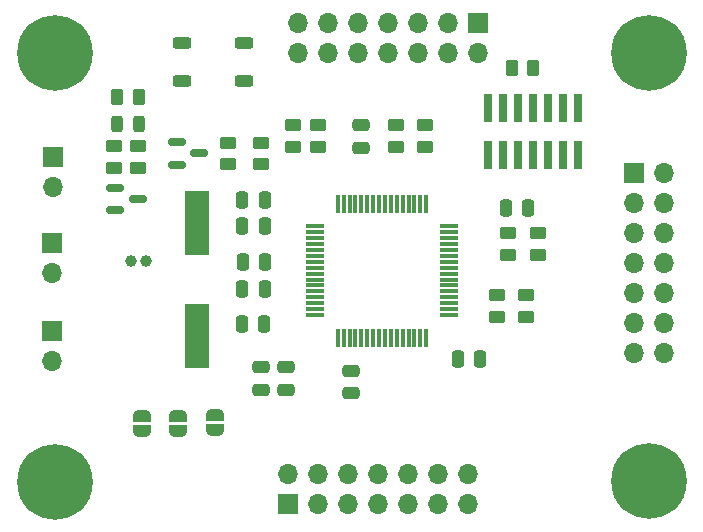
<source format=gbr>
%TF.GenerationSoftware,KiCad,Pcbnew,8.0.5*%
%TF.CreationDate,2024-12-07T09:48:31-05:00*%
%TF.ProjectId,stm32_lqfp64_test_board,73746d33-325f-46c7-9166-7036345f7465,1.1*%
%TF.SameCoordinates,Original*%
%TF.FileFunction,Soldermask,Top*%
%TF.FilePolarity,Negative*%
%FSLAX46Y46*%
G04 Gerber Fmt 4.6, Leading zero omitted, Abs format (unit mm)*
G04 Created by KiCad (PCBNEW 8.0.5) date 2024-12-07 09:48:31*
%MOMM*%
%LPD*%
G01*
G04 APERTURE LIST*
G04 Aperture macros list*
%AMRoundRect*
0 Rectangle with rounded corners*
0 $1 Rounding radius*
0 $2 $3 $4 $5 $6 $7 $8 $9 X,Y pos of 4 corners*
0 Add a 4 corners polygon primitive as box body*
4,1,4,$2,$3,$4,$5,$6,$7,$8,$9,$2,$3,0*
0 Add four circle primitives for the rounded corners*
1,1,$1+$1,$2,$3*
1,1,$1+$1,$4,$5*
1,1,$1+$1,$6,$7*
1,1,$1+$1,$8,$9*
0 Add four rect primitives between the rounded corners*
20,1,$1+$1,$2,$3,$4,$5,0*
20,1,$1+$1,$4,$5,$6,$7,0*
20,1,$1+$1,$6,$7,$8,$9,0*
20,1,$1+$1,$8,$9,$2,$3,0*%
%AMFreePoly0*
4,1,19,0.500000,-0.750000,0.000000,-0.750000,0.000000,-0.744911,-0.071157,-0.744911,-0.207708,-0.704816,-0.327430,-0.627875,-0.420627,-0.520320,-0.479746,-0.390866,-0.500000,-0.250000,-0.500000,0.250000,-0.479746,0.390866,-0.420627,0.520320,-0.327430,0.627875,-0.207708,0.704816,-0.071157,0.744911,0.000000,0.744911,0.000000,0.750000,0.500000,0.750000,0.500000,-0.750000,0.500000,-0.750000,
$1*%
%AMFreePoly1*
4,1,19,0.000000,0.744911,0.071157,0.744911,0.207708,0.704816,0.327430,0.627875,0.420627,0.520320,0.479746,0.390866,0.500000,0.250000,0.500000,-0.250000,0.479746,-0.390866,0.420627,-0.520320,0.327430,-0.627875,0.207708,-0.704816,0.071157,-0.744911,0.000000,-0.744911,0.000000,-0.750000,-0.500000,-0.750000,-0.500000,0.750000,0.000000,0.750000,0.000000,0.744911,0.000000,0.744911,
$1*%
G04 Aperture macros list end*
%ADD10RoundRect,0.250000X-0.450000X0.262500X-0.450000X-0.262500X0.450000X-0.262500X0.450000X0.262500X0*%
%ADD11RoundRect,0.250000X0.262500X0.450000X-0.262500X0.450000X-0.262500X-0.450000X0.262500X-0.450000X0*%
%ADD12RoundRect,0.250000X-0.250000X-0.475000X0.250000X-0.475000X0.250000X0.475000X-0.250000X0.475000X0*%
%ADD13C,3.600000*%
%ADD14C,6.400000*%
%ADD15RoundRect,0.150000X-0.587500X-0.150000X0.587500X-0.150000X0.587500X0.150000X-0.587500X0.150000X0*%
%ADD16RoundRect,0.250000X-0.475000X0.250000X-0.475000X-0.250000X0.475000X-0.250000X0.475000X0.250000X0*%
%ADD17R,1.700000X1.700000*%
%ADD18O,1.700000X1.700000*%
%ADD19RoundRect,0.075000X-0.700000X-0.075000X0.700000X-0.075000X0.700000X0.075000X-0.700000X0.075000X0*%
%ADD20RoundRect,0.075000X-0.075000X-0.700000X0.075000X-0.700000X0.075000X0.700000X-0.075000X0.700000X0*%
%ADD21R,0.740000X2.400000*%
%ADD22RoundRect,0.250000X0.450000X-0.262500X0.450000X0.262500X-0.450000X0.262500X-0.450000X-0.262500X0*%
%ADD23R,2.000000X5.500000*%
%ADD24FreePoly0,90.000000*%
%ADD25FreePoly1,90.000000*%
%ADD26RoundRect,0.243750X0.243750X0.456250X-0.243750X0.456250X-0.243750X-0.456250X0.243750X-0.456250X0*%
%ADD27RoundRect,0.250000X0.475000X-0.250000X0.475000X0.250000X-0.475000X0.250000X-0.475000X-0.250000X0*%
%ADD28C,1.000000*%
%ADD29RoundRect,0.250000X0.250000X0.475000X-0.250000X0.475000X-0.250000X-0.475000X0.250000X-0.475000X0*%
%ADD30RoundRect,0.250000X-0.525000X-0.250000X0.525000X-0.250000X0.525000X0.250000X-0.525000X0.250000X0*%
G04 APERTURE END LIST*
D10*
%TO.C,R14*%
X119354600Y-83820000D03*
X119354600Y-85645000D03*
%TD*%
D11*
%TO.C,R13*%
X108966000Y-79933800D03*
X107141000Y-79933800D03*
%TD*%
D12*
%TO.C,C8*%
X117730000Y-99190000D03*
X119630000Y-99190000D03*
%TD*%
D13*
%TO.C,H3*%
X152146000Y-112500000D03*
D14*
X152146000Y-112500000D03*
%TD*%
D15*
%TO.C,Q2*%
X107012500Y-87670600D03*
X107012500Y-89570600D03*
X108887500Y-88620600D03*
%TD*%
D10*
%TO.C,R11*%
X106857800Y-84128600D03*
X106857800Y-85953600D03*
%TD*%
D16*
%TO.C,C2*%
X126950000Y-103150000D03*
X126950000Y-105050000D03*
%TD*%
D12*
%TO.C,C1*%
X135981400Y-102184200D03*
X137881400Y-102184200D03*
%TD*%
D10*
%TO.C,R6*%
X140270000Y-91520000D03*
X140270000Y-93345000D03*
%TD*%
D17*
%TO.C,J9*%
X137670000Y-73660000D03*
D18*
X137670000Y-76200000D03*
X135130000Y-73660000D03*
X135130000Y-76200000D03*
X132590000Y-73660000D03*
X132590000Y-76200000D03*
X130050000Y-73660000D03*
X130050000Y-76200000D03*
X127510000Y-73660000D03*
X127510000Y-76200000D03*
X124970000Y-73660000D03*
X124970000Y-76200000D03*
X122430000Y-73660000D03*
X122430000Y-76200000D03*
%TD*%
D19*
%TO.C,U1*%
X123905000Y-90925000D03*
X123905000Y-91425000D03*
X123905000Y-91925000D03*
X123905000Y-92425000D03*
X123905000Y-92925000D03*
X123905000Y-93425000D03*
X123905000Y-93925000D03*
X123905000Y-94425000D03*
X123905000Y-94925000D03*
X123905000Y-95425000D03*
X123905000Y-95925000D03*
X123905000Y-96425000D03*
X123905000Y-96925000D03*
X123905000Y-97425000D03*
X123905000Y-97925000D03*
X123905000Y-98425000D03*
D20*
X125830000Y-100350000D03*
X126330000Y-100350000D03*
X126830000Y-100350000D03*
X127330000Y-100350000D03*
X127830000Y-100350000D03*
X128330000Y-100350000D03*
X128830000Y-100350000D03*
X129330000Y-100350000D03*
X129830000Y-100350000D03*
X130330000Y-100350000D03*
X130830000Y-100350000D03*
X131330000Y-100350000D03*
X131830000Y-100350000D03*
X132330000Y-100350000D03*
X132830000Y-100350000D03*
X133330000Y-100350000D03*
D19*
X135255000Y-98425000D03*
X135255000Y-97925000D03*
X135255000Y-97425000D03*
X135255000Y-96925000D03*
X135255000Y-96425000D03*
X135255000Y-95925000D03*
X135255000Y-95425000D03*
X135255000Y-94925000D03*
X135255000Y-94425000D03*
X135255000Y-93925000D03*
X135255000Y-93425000D03*
X135255000Y-92925000D03*
X135255000Y-92425000D03*
X135255000Y-91925000D03*
X135255000Y-91425000D03*
X135255000Y-90925000D03*
D20*
X133330000Y-89000000D03*
X132830000Y-89000000D03*
X132330000Y-89000000D03*
X131830000Y-89000000D03*
X131330000Y-89000000D03*
X130830000Y-89000000D03*
X130330000Y-89000000D03*
X129830000Y-89000000D03*
X129330000Y-89000000D03*
X128830000Y-89000000D03*
X128330000Y-89000000D03*
X127830000Y-89000000D03*
X127330000Y-89000000D03*
X126830000Y-89000000D03*
X126330000Y-89000000D03*
X125830000Y-89000000D03*
%TD*%
D21*
%TO.C,J4*%
X146177000Y-80936000D03*
X146177000Y-84836000D03*
X144907000Y-80936000D03*
X144907000Y-84836000D03*
X143637000Y-80936000D03*
X143637000Y-84836000D03*
X142367000Y-80936000D03*
X142367000Y-84836000D03*
X141097000Y-80936000D03*
X141097000Y-84836000D03*
X139827000Y-80936000D03*
X139827000Y-84836000D03*
X138557000Y-80936000D03*
X138557000Y-84836000D03*
%TD*%
D22*
%TO.C,R2*%
X122020000Y-84162500D03*
X122020000Y-82337500D03*
%TD*%
D10*
%TO.C,R1*%
X116560600Y-83845400D03*
X116560600Y-85670400D03*
%TD*%
D23*
%TO.C,Y1*%
X113920000Y-100200000D03*
X113925000Y-90645000D03*
%TD*%
D24*
%TO.C,JP1*%
X115440000Y-108200000D03*
D25*
X115440000Y-106900000D03*
%TD*%
D13*
%TO.C,H4*%
X152146000Y-76200000D03*
D14*
X152146000Y-76200000D03*
%TD*%
D12*
%TO.C,C4*%
X140080000Y-89390000D03*
X141980000Y-89390000D03*
%TD*%
D10*
%TO.C,R5*%
X130800000Y-82360000D03*
X130800000Y-84185000D03*
%TD*%
D16*
%TO.C,C7*%
X119340000Y-102840000D03*
X119340000Y-104740000D03*
%TD*%
D26*
%TO.C,D1*%
X109042200Y-82245200D03*
X107167200Y-82245200D03*
%TD*%
D22*
%TO.C,R12*%
X108889800Y-85979000D03*
X108889800Y-84154000D03*
%TD*%
D10*
%TO.C,R4*%
X133185000Y-82362500D03*
X133185000Y-84187500D03*
%TD*%
D12*
%TO.C,C9*%
X117770000Y-93910000D03*
X119670000Y-93910000D03*
%TD*%
D22*
%TO.C,R9*%
X139310000Y-98575000D03*
X139310000Y-96750000D03*
%TD*%
D27*
%TO.C,C3*%
X127820000Y-84260000D03*
X127820000Y-82360000D03*
%TD*%
D17*
%TO.C,J10*%
X150950000Y-86370000D03*
D18*
X153490000Y-86370000D03*
X150950000Y-88910000D03*
X153490000Y-88910000D03*
X150950000Y-91450000D03*
X153490000Y-91450000D03*
X150950000Y-93990000D03*
X153490000Y-93990000D03*
X150950000Y-96530000D03*
X153490000Y-96530000D03*
X150950000Y-99070000D03*
X153490000Y-99070000D03*
X150950000Y-101610000D03*
X153490000Y-101610000D03*
%TD*%
D28*
%TO.C,Y2*%
X108342500Y-93860000D03*
X109612500Y-93870000D03*
%TD*%
D15*
%TO.C,Q1*%
X112219500Y-83795700D03*
X112219500Y-85695700D03*
X114094500Y-84745700D03*
%TD*%
D10*
%TO.C,R3*%
X124120000Y-82350000D03*
X124120000Y-84175000D03*
%TD*%
D17*
%TO.C,J2*%
X101600000Y-92285000D03*
D18*
X101600000Y-94825000D03*
%TD*%
D17*
%TO.C,J8*%
X121590000Y-114390000D03*
D18*
X121590000Y-111850000D03*
X124130000Y-114390000D03*
X124130000Y-111850000D03*
X126670000Y-114390000D03*
X126670000Y-111850000D03*
X129210000Y-114390000D03*
X129210000Y-111850000D03*
X131750000Y-114390000D03*
X131750000Y-111850000D03*
X134290000Y-114390000D03*
X134290000Y-111850000D03*
X136830000Y-114390000D03*
X136830000Y-111850000D03*
%TD*%
D29*
%TO.C,C11*%
X119660000Y-90880000D03*
X117760000Y-90880000D03*
%TD*%
D16*
%TO.C,C6*%
X121480000Y-102840000D03*
X121480000Y-104740000D03*
%TD*%
D10*
%TO.C,R7*%
X142810000Y-91520000D03*
X142810000Y-93345000D03*
%TD*%
D30*
%TO.C,SW1*%
X112614800Y-75400000D03*
X117864800Y-75400000D03*
X112614800Y-78600000D03*
X117864800Y-78600000D03*
%TD*%
D24*
%TO.C,JP2*%
X112310000Y-108250000D03*
D25*
X112310000Y-106950000D03*
%TD*%
D12*
%TO.C,C5*%
X117750000Y-88690000D03*
X119650000Y-88690000D03*
%TD*%
D24*
%TO.C,JP3*%
X109270000Y-108270000D03*
D25*
X109270000Y-106970000D03*
%TD*%
D13*
%TO.C,H2*%
X101854000Y-112522000D03*
D14*
X101854000Y-112522000D03*
%TD*%
D12*
%TO.C,C10*%
X117740000Y-96210000D03*
X119640000Y-96210000D03*
%TD*%
D22*
%TO.C,R8*%
X141740000Y-98575000D03*
X141740000Y-96750000D03*
%TD*%
D11*
%TO.C,R10*%
X142390500Y-77470000D03*
X140565500Y-77470000D03*
%TD*%
D17*
%TO.C,J3*%
X101600000Y-99796600D03*
D18*
X101600000Y-102336600D03*
%TD*%
D13*
%TO.C,H1*%
X101854000Y-76200000D03*
D14*
X101854000Y-76200000D03*
%TD*%
D17*
%TO.C,J1*%
X101700000Y-85085000D03*
D18*
X101700000Y-87625000D03*
%TD*%
M02*

</source>
